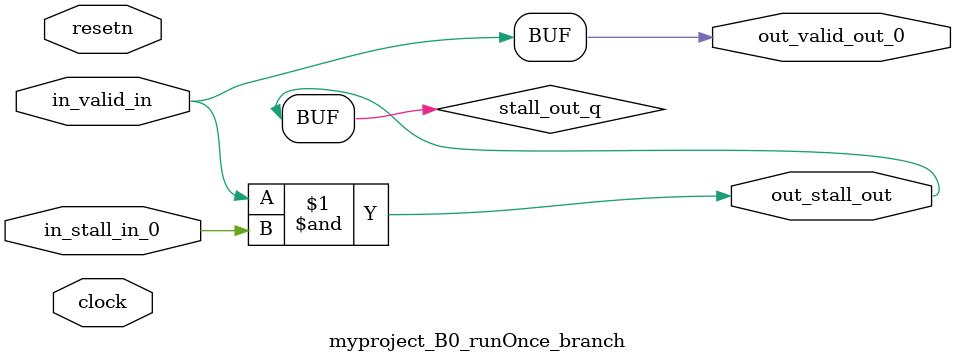
<source format=sv>



(* altera_attribute = "-name AUTO_SHIFT_REGISTER_RECOGNITION OFF; -name MESSAGE_DISABLE 10036; -name MESSAGE_DISABLE 10037; -name MESSAGE_DISABLE 14130; -name MESSAGE_DISABLE 14320; -name MESSAGE_DISABLE 15400; -name MESSAGE_DISABLE 14130; -name MESSAGE_DISABLE 10036; -name MESSAGE_DISABLE 12020; -name MESSAGE_DISABLE 12030; -name MESSAGE_DISABLE 12010; -name MESSAGE_DISABLE 12110; -name MESSAGE_DISABLE 14320; -name MESSAGE_DISABLE 13410; -name MESSAGE_DISABLE 113007; -name MESSAGE_DISABLE 10958" *)
module myproject_B0_runOnce_branch (
    input wire [0:0] in_stall_in_0,
    input wire [0:0] in_valid_in,
    output wire [0:0] out_stall_out,
    output wire [0:0] out_valid_out_0,
    input wire clock,
    input wire resetn
    );

    wire [0:0] stall_out_q;


    // stall_out(LOGICAL,6)
    assign stall_out_q = in_valid_in & in_stall_in_0;

    // out_stall_out(GPOUT,4)
    assign out_stall_out = stall_out_q;

    // out_valid_out_0(GPOUT,5)
    assign out_valid_out_0 = in_valid_in;

endmodule

</source>
